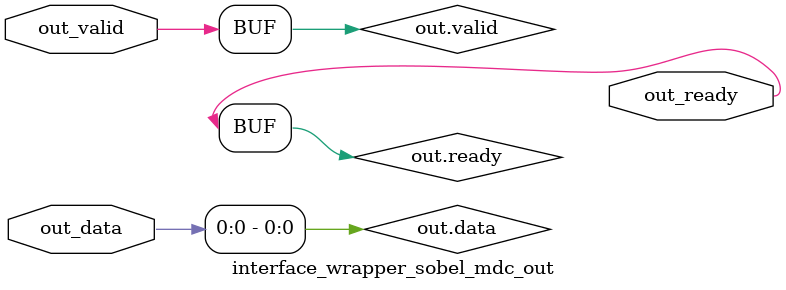
<source format=sv>
module interface_wrapper_sobel_mdc
(
  input [31:0] a_i_data,
  input a_i_valid,
  output a_i_ready,
  // input a stream
  hwpe_stream_intf_stream.sink   a_i,
  output [31:0] d_o_data,
  output d_o_valid,
  input d_o_ready,
  // output d stream
  hwpe_stream_intf_stream.source d_o
);

  assign a_i.ready = a_i_ready;
  assign a_i_valid = a_i.valid;
  assign a_i_data = a_i.data;

  assign d_o_ready = d_o.ready;
  assign d_o.valid = d_o_valid;
  assign d_o.data = d_o_data;

endmodule

module interface_wrapper_sobel_mdc_in
(
  output [31:0] in_data,
  output in_valid,
  input in_ready,
  // input stream intf
  hwpe_stream_intf_stream.sink   in
);

  assign in.ready = in_ready;
  assign in_valid = in.valid;
  assign in_data = in.data;

endmodule

module interface_wrapper_sobel_mdc_out
(
  input [31:0] out_data,
  input out_valid,
  output out_ready,
  // output stream intf
  hwpe_stream_intf_stream.source out
);

  assign out_ready = out.ready;
  assign out.valid = out_valid;
  assign out.data = out_data;

endmodule

</source>
